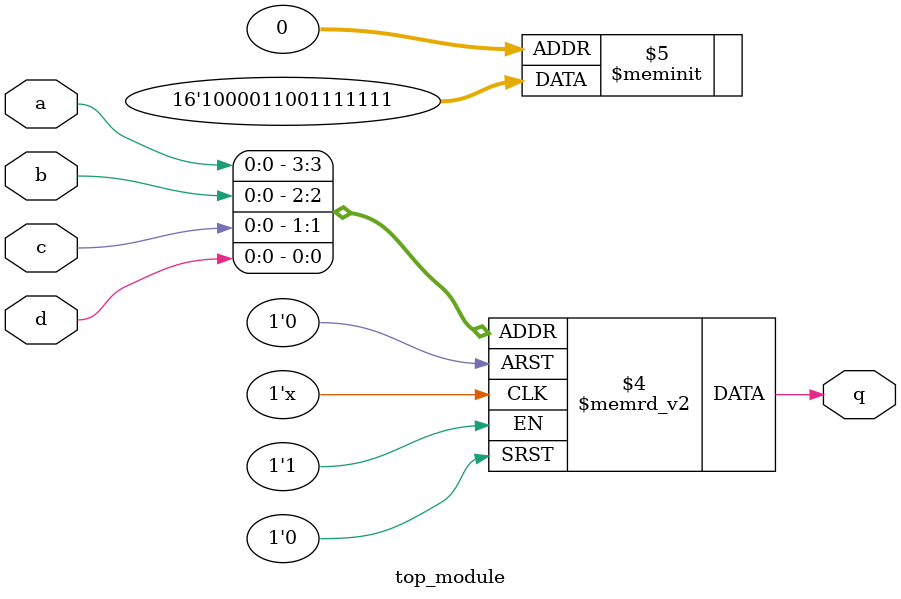
<source format=sv>
module top_module (
    input a, 
    input b, 
    input c, 
    input d,
    output reg q
);

always @* begin
    case ({a, b, c, d})
        4'b0000: q = 1;
        4'b0001: q = 1;
        4'b0010: q = 1;
        4'b0011: q = 1;
        4'b0100: q = 1;
        4'b0101: q = 1;
        4'b0110: q = 1;
        4'b0111: q = 0;
        4'b1000: q = 0;
        4'b1001: q = 1;
        4'b1010: q = 1;
        4'b1011: q = 0;
        4'b1100: q = 0;
        4'b1101: q = 0;
        4'b1110: q = 0;
        4'b1111: q = 1;
    endcase
end

endmodule

</source>
